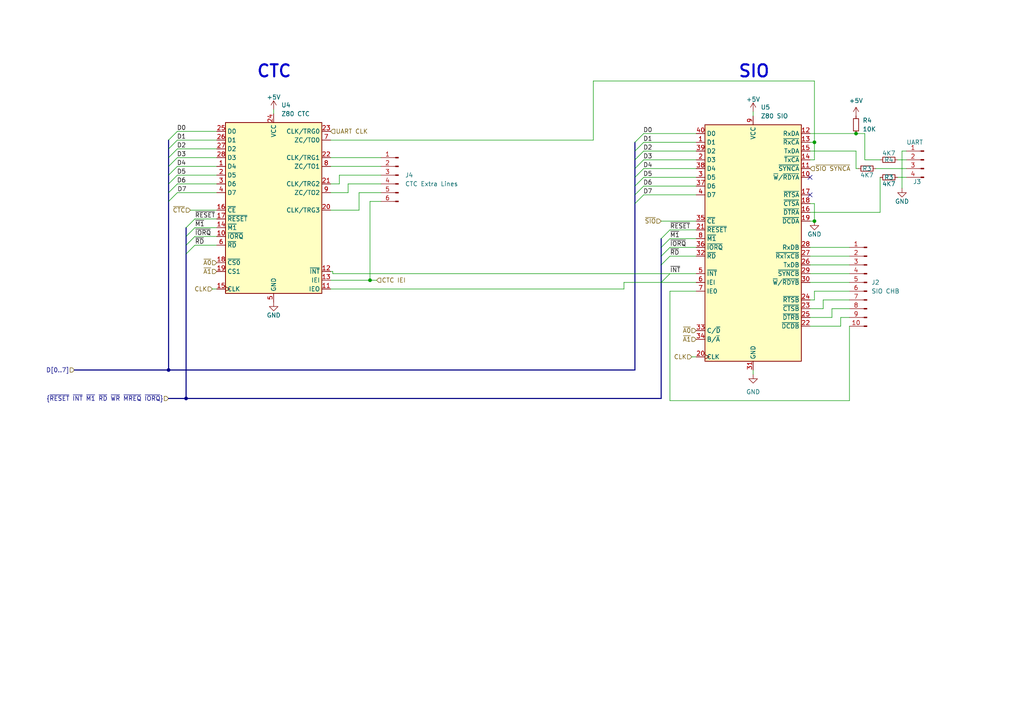
<source format=kicad_sch>
(kicad_sch (version 20230121) (generator eeschema)
  (paper "A4")
  (title_block (title "JML-8 Mini Schematic") (date "2023-10-02") (rev "A") (company "https://github.com/jac-oblong/JML") (comment 1 "Design of Z80 based microcomputer") (comment 3 "Released under MIT License") (comment 4 "Created by: Jacob Long (https://github.com/jac-oblong)"))
  (lib_symbols
    (symbol "Connector:Conn_01x04_Pin" (pin_names (offset 1.016) hide)
      (property "Reference" "J" (at 0 5.08 0))
      (property "Value" "Conn_01x04_Pin" (at 0 -7.62 0))
      (symbol "Conn_01x04_Pin_1_1"
        (polyline (pts (xy 1.27 -5.08) (xy 0.8636 -5.08)) (stroke (width 0.1524)))
        (polyline (pts (xy 1.27 -2.54) (xy 0.8636 -2.54)) (stroke (width 0.1524)))
        (polyline (pts (xy 1.27 0) (xy 0.8636 0)) (stroke (width 0.1524)))
        (polyline (pts (xy 1.27 2.54) (xy 0.8636 2.54)) (stroke (width 0.1524)))
        (rectangle (start 0.8636 -4.953) (end 0 -5.207) (stroke (width 0.1524)) (fill (type outline)))
        (rectangle (start 0.8636 -2.413) (end 0 -2.667) (stroke (width 0.1524)) (fill (type outline)))
        (rectangle (start 0.8636 0.127) (end 0 -0.127) (stroke (width 0.1524)) (fill (type outline)))
        (rectangle (start 0.8636 2.667) (end 0 2.413) (stroke (width 0.1524)) (fill (type outline)))
        (pin passive line (at 5.08 2.54 180) (length 3.81) (name "Pin_1") (number "1"))
        (pin passive line (at 5.08 0 180) (length 3.81) (name "Pin_2") (number "2"))
        (pin passive line (at 5.08 -2.54 180) (length 3.81) (name "Pin_3") (number "3"))
        (pin passive line (at 5.08 -5.08 180) (length 3.81) (name "Pin_4") (number "4"))
      )
    )
    (symbol "Connector:Conn_01x06_Pin" (pin_names (offset 1.016) hide)
      (property "Reference" "J" (at 0 7.62 0))
      (property "Value" "Conn_01x06_Pin" (at 0 -10.16 0))
      (symbol "Conn_01x06_Pin_1_1"
        (polyline (pts (xy 1.27 -7.62) (xy 0.8636 -7.62)) (stroke (width 0.1524)))
        (polyline (pts (xy 1.27 -5.08) (xy 0.8636 -5.08)) (stroke (width 0.1524)))
        (polyline (pts (xy 1.27 -2.54) (xy 0.8636 -2.54)) (stroke (width 0.1524)))
        (polyline (pts (xy 1.27 0) (xy 0.8636 0)) (stroke (width 0.1524)))
        (polyline (pts (xy 1.27 2.54) (xy 0.8636 2.54)) (stroke (width 0.1524)))
        (polyline (pts (xy 1.27 5.08) (xy 0.8636 5.08)) (stroke (width 0.1524)))
        (rectangle (start 0.8636 -7.493) (end 0 -7.747) (stroke (width 0.1524)) (fill (type outline)))
        (rectangle (start 0.8636 -4.953) (end 0 -5.207) (stroke (width 0.1524)) (fill (type outline)))
        (rectangle (start 0.8636 -2.413) (end 0 -2.667) (stroke (width 0.1524)) (fill (type outline)))
        (rectangle (start 0.8636 0.127) (end 0 -0.127) (stroke (width 0.1524)) (fill (type outline)))
        (rectangle (start 0.8636 2.667) (end 0 2.413) (stroke (width 0.1524)) (fill (type outline)))
        (rectangle (start 0.8636 5.207) (end 0 4.953) (stroke (width 0.1524)) (fill (type outline)))
        (pin passive line (at 5.08 5.08 180) (length 3.81) (name "Pin_1") (number "1"))
        (pin passive line (at 5.08 2.54 180) (length 3.81) (name "Pin_2") (number "2"))
        (pin passive line (at 5.08 0 180) (length 3.81) (name "Pin_3") (number "3"))
        (pin passive line (at 5.08 -2.54 180) (length 3.81) (name "Pin_4") (number "4"))
        (pin passive line (at 5.08 -5.08 180) (length 3.81) (name "Pin_5") (number "5"))
        (pin passive line (at 5.08 -7.62 180) (length 3.81) (name "Pin_6") (number "6"))
      )
    )
    (symbol "Connector:Conn_01x10_Pin" (pin_names (offset 1.016) hide)
      (property "Reference" "J" (at 0 12.7 0))
      (property "Value" "Conn_01x10_Pin" (at 0 -15.24 0))
      (symbol "Conn_01x10_Pin_1_1"
        (polyline (pts (xy 1.27 -12.7) (xy 0.8636 -12.7)) (stroke (width 0.1524)))
        (polyline (pts (xy 1.27 -10.16) (xy 0.8636 -10.16)) (stroke (width 0.1524)))
        (polyline (pts (xy 1.27 -7.62) (xy 0.8636 -7.62)) (stroke (width 0.1524)))
        (polyline (pts (xy 1.27 -5.08) (xy 0.8636 -5.08)) (stroke (width 0.1524)))
        (polyline (pts (xy 1.27 -2.54) (xy 0.8636 -2.54)) (stroke (width 0.1524)))
        (polyline (pts (xy 1.27 0) (xy 0.8636 0)) (stroke (width 0.1524)))
        (polyline (pts (xy 1.27 2.54) (xy 0.8636 2.54)) (stroke (width 0.1524)))
        (polyline (pts (xy 1.27 5.08) (xy 0.8636 5.08)) (stroke (width 0.1524)))
        (polyline (pts (xy 1.27 7.62) (xy 0.8636 7.62)) (stroke (width 0.1524)))
        (polyline (pts (xy 1.27 10.16) (xy 0.8636 10.16)) (stroke (width 0.1524)))
        (rectangle (start 0.8636 -12.573) (end 0 -12.827) (stroke (width 0.1524)) (fill (type outline)))
        (rectangle (start 0.8636 -10.033) (end 0 -10.287) (stroke (width 0.1524)) (fill (type outline)))
        (rectangle (start 0.8636 -7.493) (end 0 -7.747) (stroke (width 0.1524)) (fill (type outline)))
        (rectangle (start 0.8636 -4.953) (end 0 -5.207) (stroke (width 0.1524)) (fill (type outline)))
        (rectangle (start 0.8636 -2.413) (end 0 -2.667) (stroke (width 0.1524)) (fill (type outline)))
        (rectangle (start 0.8636 0.127) (end 0 -0.127) (stroke (width 0.1524)) (fill (type outline)))
        (rectangle (start 0.8636 2.667) (end 0 2.413) (stroke (width 0.1524)) (fill (type outline)))
        (rectangle (start 0.8636 5.207) (end 0 4.953) (stroke (width 0.1524)) (fill (type outline)))
        (rectangle (start 0.8636 7.747) (end 0 7.493) (stroke (width 0.1524)) (fill (type outline)))
        (rectangle (start 0.8636 10.287) (end 0 10.033) (stroke (width 0.1524)) (fill (type outline)))
        (pin passive line (at 5.08 10.16 180) (length 3.81) (name "Pin_1") (number "1"))
        (pin passive line (at 5.08 -12.7 180) (length 3.81) (name "Pin_10") (number "10"))
        (pin passive line (at 5.08 7.62 180) (length 3.81) (name "Pin_2") (number "2"))
        (pin passive line (at 5.08 5.08 180) (length 3.81) (name "Pin_3") (number "3"))
        (pin passive line (at 5.08 2.54 180) (length 3.81) (name "Pin_4") (number "4"))
        (pin passive line (at 5.08 0 180) (length 3.81) (name "Pin_5") (number "5"))
        (pin passive line (at 5.08 -2.54 180) (length 3.81) (name "Pin_6") (number "6"))
        (pin passive line (at 5.08 -5.08 180) (length 3.81) (name "Pin_7") (number "7"))
        (pin passive line (at 5.08 -7.62 180) (length 3.81) (name "Pin_8") (number "8"))
        (pin passive line (at 5.08 -10.16 180) (length 3.81) (name "Pin_9") (number "9"))
      )
    )
    (symbol "Device:R_Small" (pin_numbers hide) (pin_names (offset 0.254) hide)
      (property "Reference" "R" (at 0.762 0.508 0))
      (property "Value" "R_Small" (at 0.762 -1.016 0))
      (symbol "R_Small_0_1"
        (rectangle (start -0.762 1.778) (end 0.762 -1.778) (stroke (width 0.2032)))
      )
      (symbol "R_Small_1_1"
        (pin passive line (at 0 2.54 270) (length 0.762) (name "~") (number "1"))
        (pin passive line (at 0 -2.54 90) (length 0.762) (name "~") (number "2"))
      )
    )
    (symbol "jml-8-mini-library:Z80_CTC"
      (property "Reference" "U" (at -12.7 24.13 0))
      (property "Value" "Z80 CTC" (at 8.89 -27.94 0))
      (symbol "Z80_CTC_1_1"
        (rectangle (start -13.97 22.86) (end 13.97 -26.67) (stroke (width 0.25)) (fill (type background)))
        (pin bidirectional line (at -16.51 10.16 0) (length 2.54) (name "D4") (number "1"))
        (pin input line (at -16.51 -10.16 0) (length 2.54) (name "~{IORQ}") (number "10"))
        (pin output line (at 16.51 -25.4 180) (length 2.54) (name "IEO") (number "11"))
        (pin open_collector line (at 16.51 -20.32 180) (length 2.54) (name "~{INT}") (number "12"))
        (pin input line (at 16.51 -22.86 180) (length 2.54) (name "IEI") (number "13"))
        (pin input line (at -16.51 -7.62 0) (length 2.54) (name "~{M1}") (number "14"))
        (pin input clock (at -16.51 -25.4 0) (length 2.54) (name "CLK") (number "15"))
        (pin input line (at -16.51 -2.54 0) (length 2.54) (name "~{CE}") (number "16"))
        (pin input line (at -16.51 -5.08 0) (length 2.54) (name "~{RESET}") (number "17"))
        (pin input line (at -16.51 -17.78 0) (length 2.54) (name "~{CS0}") (number "18"))
        (pin input line (at -16.51 -20.32 0) (length 2.54) (name "CS1") (number "19"))
        (pin bidirectional line (at -16.51 7.62 0) (length 2.54) (name "D5") (number "2"))
        (pin input line (at 16.51 -2.54 180) (length 2.54) (name "CLK/TRG3") (number "20"))
        (pin input line (at 16.51 5.08 180) (length 2.54) (name "CLK/TRG2") (number "21"))
        (pin input line (at 16.51 12.7 180) (length 2.54) (name "CLK/TRG1") (number "22"))
        (pin input line (at 16.51 20.32 180) (length 2.54) (name "CLK/TRG0") (number "23"))
        (pin power_in line (at 0 25.4 270) (length 2.54) (name "VCC") (number "24"))
        (pin bidirectional line (at -16.51 20.32 0) (length 2.54) (name "D0") (number "25"))
        (pin bidirectional line (at -16.51 17.78 0) (length 2.54) (name "D1") (number "26"))
        (pin bidirectional line (at -16.51 15.24 0) (length 2.54) (name "D2") (number "27"))
        (pin bidirectional line (at -16.51 12.7 0) (length 2.54) (name "D3") (number "28"))
        (pin bidirectional line (at -16.51 5.08 0) (length 2.54) (name "D6") (number "3"))
        (pin bidirectional line (at -16.51 2.54 0) (length 2.54) (name "D7") (number "4"))
        (pin power_in line (at 0 -29.21 90) (length 2.54) (name "GND") (number "5"))
        (pin input line (at -16.51 -12.7 0) (length 2.54) (name "~{RD}") (number "6"))
        (pin output line (at 16.51 17.78 180) (length 2.54) (name "ZC/TO0") (number "7"))
        (pin output line (at 16.51 10.16 180) (length 2.54) (name "ZC/TO1") (number "8"))
        (pin output line (at 16.51 2.54 180) (length 2.54) (name "ZC/TO2") (number "9"))
      )
    )
    (symbol "jml-8-mini-library:Z80_SIO/0"
      (property "Reference" "U" (at -11.43 33.02 0))
      (property "Value" "Z80 SIO" (at 8.89 -38.1 0))
      (symbol "Z80_SIO/0_1_1"
        (rectangle (start -13.97 31.75) (end 13.97 -36.83) (stroke (width 0.25)) (fill (type background)))
        (pin bidirectional line (at -16.51 26.67 0) (length 2.54) (name "D1") (number "1"))
        (pin output line (at 16.51 16.51 180) (length 2.54) (name "~{W}/~{RDYA}") (number "10"))
        (pin bidirectional line (at 16.51 19.05 180) (length 2.54) (name "~{SYNCA}") (number "11"))
        (pin input line (at 16.51 29.21 180) (length 2.54) (name "RxDA") (number "12"))
        (pin input line (at 16.51 26.67 180) (length 2.54) (name "~{RxCA}") (number "13"))
        (pin input line (at 16.51 21.59 180) (length 2.54) (name "~{TxCA}") (number "14"))
        (pin output line (at 16.51 24.13 180) (length 2.54) (name "TxDA") (number "15"))
        (pin output line (at 16.51 6.35 180) (length 2.54) (name "~{DTRA}") (number "16"))
        (pin output line (at 16.51 11.43 180) (length 2.54) (name "~{RTSA}") (number "17"))
        (pin input line (at 16.51 8.89 180) (length 2.54) (name "~{CTSA}") (number "18"))
        (pin input line (at 16.51 3.81 180) (length 2.54) (name "~{DCDA}") (number "19"))
        (pin bidirectional line (at -16.51 21.59 0) (length 2.54) (name "D3") (number "2"))
        (pin input clock (at -16.51 -35.56 0) (length 2.54) (name "CLK") (number "20"))
        (pin input line (at -16.51 1.27 0) (length 2.54) (name "~{RESET}") (number "21"))
        (pin input line (at 16.51 -26.67 180) (length 2.54) (name "~{DCDB}") (number "22"))
        (pin input line (at 16.51 -21.59 180) (length 2.54) (name "~{CTSB}") (number "23"))
        (pin output line (at 16.51 -19.05 180) (length 2.54) (name "~{RTSB}") (number "24"))
        (pin output line (at 16.51 -24.13 180) (length 2.54) (name "~{DTRB}") (number "25"))
        (pin output line (at 16.51 -8.89 180) (length 2.54) (name "TxDB") (number "26"))
        (pin input line (at 16.51 -6.35 180) (length 2.54) (name "~{RxTxCB}") (number "27"))
        (pin input line (at 16.51 -3.81 180) (length 2.54) (name "RxDB") (number "28"))
        (pin bidirectional line (at 16.51 -11.43 180) (length 2.54) (name "~{SYNCB}") (number "29"))
        (pin bidirectional line (at -16.51 16.51 0) (length 2.54) (name "D5") (number "3"))
        (pin output line (at 16.51 -13.97 180) (length 2.54) (name "~{W}/~{RDYB}") (number "30"))
        (pin power_in line (at 0 -39.37 90) (length 2.54) (name "GND") (number "31"))
        (pin input line (at -16.51 -6.35 0) (length 2.54) (name "~{RD}") (number "32"))
        (pin input line (at -16.51 -27.94 0) (length 2.54) (name "C/~{D}") (number "33"))
        (pin input line (at -16.51 -30.48 0) (length 2.54) (name "B/~{A}") (number "34"))
        (pin input line (at -16.51 3.81 0) (length 2.54) (name "~{CE}") (number "35"))
        (pin input line (at -16.51 -3.81 0) (length 2.54) (name "~{IORQ}") (number "36"))
        (pin bidirectional line (at -16.51 13.97 0) (length 2.54) (name "D6") (number "37"))
        (pin bidirectional line (at -16.51 19.05 0) (length 2.54) (name "D4") (number "38"))
        (pin bidirectional line (at -16.51 24.13 0) (length 2.54) (name "D2") (number "39"))
        (pin bidirectional line (at -16.51 11.43 0) (length 2.54) (name "D7") (number "4"))
        (pin bidirectional line (at -16.51 29.21 0) (length 2.54) (name "D0") (number "40"))
        (pin open_collector line (at -16.51 -11.43 0) (length 2.54) (name "~{INT}") (number "5"))
        (pin input line (at -16.51 -13.97 0) (length 2.54) (name "IEI") (number "6"))
        (pin output line (at -16.51 -16.51 0) (length 2.54) (name "IE0") (number "7"))
        (pin input line (at -16.51 -1.27 0) (length 2.54) (name "~{M1}") (number "8"))
        (pin power_in line (at 0 34.29 270) (length 2.54) (name "VCC") (number "9"))
      )
    )
    (symbol "power:+5V" (power) (pin_names (offset 0))
      (property "Value" "+5V" (at 0 3.556 0))
      (symbol "+5V_0_1"
        (polyline (pts (xy -0.762 1.27) (xy 0 2.54)))
        (polyline (pts (xy 0 0) (xy 0 2.54)))
        (polyline (pts (xy 0 2.54) (xy 0.762 1.27)))
      )
      (symbol "+5V_1_1"
        (pin power_in line (at 0 0 90) (length 0) hide (name "+5V") (number "1"))
      )
    )
    (symbol "power:GND" (power) (pin_names (offset 0))
      (property "Value" "GND" (at 0 -3.81 0))
      (symbol "GND_0_1"
        (polyline (pts (xy 0 0) (xy 0 -1.27) (xy 1.27 -1.27) (xy 0 -2.54) (xy -1.27 -1.27) (xy 0 -1.27)))
      )
      (symbol "GND_1_1"
        (pin power_in line (at 0 0 270) (length 0) hide (name "GND") (number "1"))
      )
    )
  )
  (junction (at 248.285 38.735))
  (junction (at 236.22 41.275))
  (junction (at 53.975 115.57))
  (junction (at 107.315 81.28))
  (junction (at 48.895 107.315))
  (junction (at 236.22 64.135))
  (no_connect (at 234.95 56.515))
  (no_connect (at 234.95 51.435))
  (bus_entry (at 186.69 56.515) (size -2.54 2.54))
  (bus_entry (at 186.69 48.895) (size -2.54 2.54))
  (bus_entry (at 186.69 53.975) (size -2.54 2.54))
  (bus_entry (at 56.515 66.04) (size -2.54 2.54))
  (bus_entry (at 51.435 45.72) (size -2.54 2.54))
  (bus_entry (at 51.435 43.18) (size -2.54 2.54))
  (bus_entry (at 191.77 81.915) (size 2.54 -2.54))
  (bus_entry (at 56.515 68.58) (size -2.54 2.54))
  (bus_entry (at 194.31 74.295) (size -2.54 2.54))
  (bus_entry (at 194.31 71.755) (size -2.54 2.54))
  (bus_entry (at 194.31 69.215) (size -2.54 2.54))
  (bus_entry (at 51.435 38.1) (size -2.54 2.54))
  (bus_entry (at 186.69 46.355) (size -2.54 2.54))
  (bus_entry (at 194.31 66.675) (size -2.54 2.54))
  (bus_entry (at 51.435 53.34) (size -2.54 2.54))
  (bus_entry (at 56.515 63.5) (size -2.54 2.54))
  (bus_entry (at 186.69 51.435) (size -2.54 2.54))
  (bus_entry (at 186.69 43.815) (size -2.54 2.54))
  (bus_entry (at 56.515 71.12) (size -2.54 2.54))
  (bus_entry (at 51.435 55.88) (size -2.54 2.54))
  (bus_entry (at 186.69 41.275) (size -2.54 2.54))
  (bus_entry (at 51.435 50.8) (size -2.54 2.54))
  (bus_entry (at 186.69 38.735) (size -2.54 2.54))
  (bus_entry (at 51.435 40.64) (size -2.54 2.54))
  (bus_entry (at 51.435 48.26) (size -2.54 2.54))
  (wire (pts (xy 201.93 51.435) (xy 186.69 51.435)))
  (wire (pts (xy 96.52 79.375) (xy 194.31 79.375)))
  (wire (pts (xy 260.35 51.435) (xy 262.89 51.435)))
  (bus (pts (xy 48.895 40.64) (xy 48.895 43.18)))
  (wire (pts (xy 61.595 83.82) (xy 62.865 83.82)))
  (wire (pts (xy 250.825 38.735) (xy 250.825 46.355)))
  (wire (pts (xy 248.285 48.895) (xy 248.285 43.815)))
  (wire (pts (xy 95.885 78.74) (xy 96.52 78.74)))
  (bus (pts (xy 21.59 107.315) (xy 48.895 107.315)))
  (wire (pts (xy 201.93 43.815) (xy 186.69 43.815)))
  (bus (pts (xy 184.15 48.895) (xy 184.15 51.435)))
  (wire (pts (xy 180.975 81.915) (xy 191.77 81.915)))
  (wire (pts (xy 56.515 71.12) (xy 62.865 71.12)))
  (bus (pts (xy 191.77 69.215) (xy 191.77 71.755)))
  (wire (pts (xy 107.315 58.42) (xy 107.315 81.28)))
  (wire (pts (xy 236.22 59.055) (xy 236.22 64.135)))
  (wire (pts (xy 236.22 84.455) (xy 236.22 86.995)))
  (wire (pts (xy 79.375 31.75) (xy 79.375 33.02)))
  (wire (pts (xy 201.93 38.735) (xy 186.69 38.735)))
  (bus (pts (xy 191.77 74.295) (xy 191.77 76.835)))
  (wire (pts (xy 236.22 46.355) (xy 236.22 41.275)))
  (wire (pts (xy 51.435 55.88) (xy 62.865 55.88)))
  (wire (pts (xy 236.22 64.135) (xy 234.95 64.135)))
  (wire (pts (xy 234.95 74.295) (xy 246.38 74.295)))
  (wire (pts (xy 234.95 59.055) (xy 236.22 59.055)))
  (wire (pts (xy 241.3 89.535) (xy 246.38 89.535)))
  (wire (pts (xy 194.31 71.755) (xy 201.93 71.755)))
  (wire (pts (xy 100.965 53.34) (xy 110.49 53.34)))
  (wire (pts (xy 234.95 76.835) (xy 246.38 76.835)))
  (wire (pts (xy 62.865 53.34) (xy 51.435 53.34)))
  (wire (pts (xy 180.975 83.82) (xy 180.975 81.915)))
  (bus (pts (xy 191.77 81.915) (xy 191.77 115.57)))
  (wire (pts (xy 234.95 71.755) (xy 246.38 71.755)))
  (wire (pts (xy 104.14 55.88) (xy 110.49 55.88)))
  (wire (pts (xy 62.865 43.18) (xy 51.435 43.18)))
  (wire (pts (xy 100.965 55.88) (xy 100.965 53.34)))
  (bus (pts (xy 53.975 71.12) (xy 53.975 73.66)))
  (wire (pts (xy 246.38 92.075) (xy 243.84 92.075)))
  (wire (pts (xy 262.89 43.815) (xy 261.62 43.815)))
  (wire (pts (xy 172.085 23.495) (xy 236.22 23.495)))
  (bus (pts (xy 48.895 58.42) (xy 48.895 55.88)))
  (wire (pts (xy 201.93 56.515) (xy 186.69 56.515)))
  (wire (pts (xy 56.515 66.04) (xy 62.865 66.04)))
  (wire (pts (xy 104.14 60.96) (xy 104.14 55.88)))
  (wire (pts (xy 246.38 84.455) (xy 236.22 84.455)))
  (wire (pts (xy 95.885 60.96) (xy 104.14 60.96)))
  (wire (pts (xy 243.84 94.615) (xy 234.95 94.615)))
  (wire (pts (xy 194.31 66.675) (xy 201.93 66.675)))
  (wire (pts (xy 95.885 83.82) (xy 180.975 83.82)))
  (wire (pts (xy 95.885 45.72) (xy 110.49 45.72)))
  (bus (pts (xy 48.895 107.315) (xy 48.895 58.42)))
  (wire (pts (xy 62.865 45.72) (xy 51.435 45.72)))
  (bus (pts (xy 184.15 41.275) (xy 184.15 43.815)))
  (wire (pts (xy 95.885 53.34) (xy 98.425 53.34)))
  (bus (pts (xy 48.895 107.315) (xy 184.15 107.315)))
  (wire (pts (xy 194.31 84.455) (xy 194.31 116.205)))
  (wire (pts (xy 95.885 40.64) (xy 172.085 40.64)))
  (bus (pts (xy 48.895 43.18) (xy 48.895 45.72)))
  (wire (pts (xy 201.93 41.275) (xy 186.69 41.275)))
  (wire (pts (xy 254 48.895) (xy 262.89 48.895)))
  (wire (pts (xy 62.865 38.1) (xy 51.435 38.1)))
  (wire (pts (xy 241.3 92.075) (xy 241.3 89.535)))
  (wire (pts (xy 248.285 48.895) (xy 248.92 48.895)))
  (bus (pts (xy 184.15 56.515) (xy 184.15 59.055)))
  (bus (pts (xy 53.975 73.66) (xy 53.975 115.57)))
  (bus (pts (xy 48.895 115.57) (xy 53.975 115.57)))
  (wire (pts (xy 234.95 38.735) (xy 248.285 38.735)))
  (wire (pts (xy 96.52 78.74) (xy 96.52 79.375)))
  (wire (pts (xy 95.885 48.26) (xy 110.49 48.26)))
  (wire (pts (xy 218.44 107.315) (xy 218.44 108.585)))
  (wire (pts (xy 201.93 53.975) (xy 186.69 53.975)))
  (wire (pts (xy 236.22 41.275) (xy 234.95 41.275)))
  (wire (pts (xy 201.93 48.895) (xy 186.69 48.895)))
  (bus (pts (xy 53.975 115.57) (xy 191.77 115.57)))
  (wire (pts (xy 191.77 64.135) (xy 201.93 64.135)))
  (wire (pts (xy 234.95 92.075) (xy 241.3 92.075)))
  (wire (pts (xy 98.425 50.8) (xy 110.49 50.8)))
  (wire (pts (xy 62.865 50.8) (xy 51.435 50.8)))
  (wire (pts (xy 236.22 86.995) (xy 234.95 86.995)))
  (wire (pts (xy 56.515 63.5) (xy 62.865 63.5)))
  (bus (pts (xy 53.975 68.58) (xy 53.975 71.12)))
  (wire (pts (xy 250.825 46.355) (xy 255.27 46.355)))
  (wire (pts (xy 194.31 84.455) (xy 201.93 84.455)))
  (wire (pts (xy 200.66 103.505) (xy 201.93 103.505)))
  (bus (pts (xy 184.15 51.435) (xy 184.15 53.975)))
  (wire (pts (xy 172.085 40.64) (xy 172.085 23.495)))
  (wire (pts (xy 238.76 89.535) (xy 238.76 86.995)))
  (wire (pts (xy 109.22 81.28) (xy 107.315 81.28)))
  (wire (pts (xy 246.38 116.205) (xy 246.38 94.615)))
  (bus (pts (xy 48.895 45.72) (xy 48.895 48.26)))
  (wire (pts (xy 194.31 74.295) (xy 201.93 74.295)))
  (bus (pts (xy 48.895 50.8) (xy 48.895 53.34)))
  (bus (pts (xy 48.895 53.34) (xy 48.895 55.88)))
  (wire (pts (xy 234.95 79.375) (xy 246.38 79.375)))
  (bus (pts (xy 53.975 66.04) (xy 53.975 68.58)))
  (bus (pts (xy 184.15 43.815) (xy 184.15 46.355)))
  (bus (pts (xy 191.77 81.915) (xy 191.77 76.835)))
  (wire (pts (xy 255.27 51.435) (xy 255.27 61.595)))
  (wire (pts (xy 194.31 116.205) (xy 246.38 116.205)))
  (bus (pts (xy 191.77 71.755) (xy 191.77 74.295)))
  (wire (pts (xy 95.885 55.88) (xy 100.965 55.88)))
  (wire (pts (xy 234.95 61.595) (xy 255.27 61.595)))
  (wire (pts (xy 261.62 43.815) (xy 261.62 54.61)))
  (wire (pts (xy 248.285 43.815) (xy 234.95 43.815)))
  (wire (pts (xy 236.22 23.495) (xy 236.22 41.275)))
  (wire (pts (xy 234.95 81.915) (xy 246.38 81.915)))
  (wire (pts (xy 238.76 86.995) (xy 246.38 86.995)))
  (wire (pts (xy 234.95 89.535) (xy 238.76 89.535)))
  (wire (pts (xy 194.31 69.215) (xy 201.93 69.215)))
  (wire (pts (xy 56.515 68.58) (xy 62.865 68.58)))
  (bus (pts (xy 184.15 53.975) (xy 184.15 56.515)))
  (wire (pts (xy 62.865 48.26) (xy 51.435 48.26)))
  (wire (pts (xy 234.95 46.355) (xy 236.22 46.355)))
  (bus (pts (xy 184.15 46.355) (xy 184.15 48.895)))
  (wire (pts (xy 250.825 38.735) (xy 248.285 38.735)))
  (bus (pts (xy 184.15 59.055) (xy 184.15 107.315)))
  (wire (pts (xy 107.315 81.28) (xy 95.885 81.28)))
  (wire (pts (xy 98.425 53.34) (xy 98.425 50.8)))
  (wire (pts (xy 201.93 46.355) (xy 186.69 46.355)))
  (wire (pts (xy 260.35 46.355) (xy 262.89 46.355)))
  (wire (pts (xy 110.49 58.42) (xy 107.315 58.42)))
  (wire (pts (xy 194.31 79.375) (xy 201.93 79.375)))
  (wire (pts (xy 218.44 32.385) (xy 218.44 33.655)))
  (wire (pts (xy 55.245 60.96) (xy 62.865 60.96)))
  (wire (pts (xy 191.77 81.915) (xy 201.93 81.915)))
  (wire (pts (xy 243.84 92.075) (xy 243.84 94.615)))
  (bus (pts (xy 48.895 48.26) (xy 48.895 50.8)))
  (wire (pts (xy 62.865 40.64) (xy 51.435 40.64)))
  (text "CTC" (at 74.295 22.86 0) (effects (font (size 3.5 3.5) (thickness 0.6) bold) (justify left bottom)))
  (text "SIO" (at 213.995 22.86 0) (effects (font (size 3.5 3.5) (thickness 0.6) bold) (justify left bottom)))
  (label "D6" (at 189.23 53.975 180))
  (label "D3" (at 53.975 45.72 180))
  (label "D3" (at 189.23 46.355 180))
  (label "~{RESET}" (at 194.31 66.675 0))
  (label "D4" (at 189.23 48.895 180))
  (label "D0" (at 53.975 38.1 180))
  (label "~{IORQ}" (at 56.515 68.58 0))
  (label "~{RD}" (at 56.515 71.12 0))
  (label "D7" (at 51.435 55.88 0))
  (label "~{M1}" (at 56.515 66.04 0))
  (label "~{IORQ}" (at 194.31 71.755 0))
  (label "~{RD}" (at 194.31 74.295 0))
  (label "D7" (at 189.23 56.515 180))
  (label "D5" (at 53.975 50.8 180))
  (label "~{RESET}" (at 56.515 63.5 0))
  (label "D2" (at 189.23 43.815 180))
  (label "D0" (at 189.23 38.735 180))
  (label "D5" (at 189.23 51.435 180))
  (label "D6" (at 53.975 53.34 180))
  (label "D4" (at 53.975 48.26 180))
  (label "D1" (at 53.975 40.64 180))
  (label "~{M1}" (at 194.31 69.215 0))
  (label "D1" (at 189.23 41.275 180))
  (label "D2" (at 53.975 43.18 180))
  (label "~{INT}" (at 194.31 79.375 0))
  (hierarchical_label "{~{RESET} ~{INT} ~{M1} ~{RD} ~{WR} ~{MREQ} ~{IORQ}}" (shape input) (at 48.895 115.57 180))
  (hierarchical_label "~{A1}" (shape input) (at 62.865 78.74 180))
  (hierarchical_label "~{A0}" (shape input) (at 201.93 95.885 180))
  (hierarchical_label "~{CTC}" (shape input) (at 55.245 60.96 180))
  (hierarchical_label "CLK" (shape input) (at 61.595 83.82 180))
  (hierarchical_label "~{A0}" (shape input) (at 62.865 76.2 180))
  (hierarchical_label "UART CLK" (shape input) (at 95.885 38.1 0))
  (hierarchical_label "~{SIO SYNCA}" (shape input) (at 234.95 48.895 0))
  (hierarchical_label "CLK" (shape input) (at 200.66 103.505 180))
  (hierarchical_label "~{A1}" (shape input) (at 201.93 98.425 180))
  (hierarchical_label "D[0..7]" (shape input) (at 21.59 107.315 180))
  (hierarchical_label "~{SIO}" (shape input) (at 191.77 64.135 180))
  (hierarchical_label "CTC IEI" (shape input) (at 109.22 81.28 0))
  (symbol (lib_id "power:GND") (at 79.375 87.63 0) (unit 1)
    (property "Reference" "#PWR010" (effects hide))
    (property "Value" "GND" (at 79.375 91.44 0))
    (instances (project "jml-8-mini" (path "" (reference "#PWR010") (unit 1)) (path "" (reference "#PWR03") (unit 1))))
  )
  (symbol (lib_id "Device:R_Small") (at 257.81 51.435 270) (unit 1)
    (property "Reference" "R3" (at 257.81 51.435 90))
    (property "Value" "4K7" (at 257.81 53.34 90))
    (property "Footprint" "Resistor_THT:R_Axial_DIN0207_L6.3mm_D2.5mm_P10.16mm_Horizontal" (effects hide))
  )
  (symbol (lib_id "Device:R_Small") (at 257.81 46.355 270) (unit 1)
    (property "Reference" "R4" (at 257.81 46.355 90))
    (property "Value" "4K7" (at 257.81 44.45 90))
    (property "Footprint" "Resistor_THT:R_Axial_DIN0207_L6.3mm_D2.5mm_P10.16mm_Horizontal" (effects hide))
    (instances (project "jml-8-mini" (path "" (reference "R4") (unit 1)) (path "" (reference "R1") (unit 1))))
  )
  (symbol (lib_id "Connector:Conn_01x06_Pin") (at 115.57 50.8 0) (mirror y) (unit 1)
    (property "Reference" "J4" (at 117.475 50.8 0) (effects (justify right)))
    (property "Value" "CTC Extra Lines" (at 117.475 53.34 0) (effects (justify right)))
    (property "Footprint" "Connector_PinHeader_2.54mm:PinHeader_1x06_P2.54mm_Vertical" (effects hide))
  )
  (symbol (lib_id "power:+5V") (at 218.44 32.385 0) (unit 1)
    (property "Reference" "#PWR?" (effects hide))
    (property "Value" "+5V" (at 218.44 28.829 0))
    (instances (project "jml-8-mini" (path "" (reference "#PWR?") (unit 1)) (path "" (reference "#PWR010") (unit 1))))
  )
  (symbol (lib_id "Device:R_Small") (at 248.285 36.195 0) (unit 1)
    (property "Reference" "R4" (at 250.19 34.925 0) (effects (justify left)))
    (property "Value" "10K" (at 250.19 37.465 0) (effects (justify left)))
    (property "Footprint" "Resistor_THT:R_Axial_DIN0207_L6.3mm_D2.5mm_P10.16mm_Horizontal" (effects hide))
  )
  (symbol (lib_id "Device:R_Small") (at 251.46 48.895 270) (unit 1)
    (property "Reference" "R3" (at 251.46 48.895 90))
    (property "Value" "4K7" (at 251.46 50.8 90))
    (property "Footprint" "Resistor_THT:R_Axial_DIN0207_L6.3mm_D2.5mm_P10.16mm_Horizontal" (effects hide))
    (instances (project "jml-8-mini" (path "" (reference "R3") (unit 1)) (path "" (reference "R2") (unit 1))))
  )
  (symbol (lib_id "Connector:Conn_01x10_Pin") (at 251.46 81.915 0) (mirror y) (unit 1)
    (property "Reference" "J2" (at 252.73 81.915 0) (effects (justify right)))
    (property "Value" "SIO CHB" (at 252.73 84.455 0) (effects (justify right)))
    (property "Footprint" "Connector_PinHeader_2.54mm:PinHeader_1x10_P2.54mm_Vertical" (effects hide))
  )
  (symbol (lib_id "power:GND") (at 236.22 64.135 0) (unit 1)
    (property "Reference" "#PWR01" (effects hide))
    (property "Value" "GND" (at 236.22 67.945 0))
    (instances (project "jml-8-mini" (path "" (reference "#PWR01") (unit 1)) (path "" (reference "#PWR015") (unit 1))))
  )
  (symbol (lib_id "Connector:Conn_01x04_Pin") (at 267.97 46.355 0) (mirror y) (unit 1)
    (property "Reference" "J3" (at 264.795 52.705 0) (effects (justify right)))
    (property "Value" "UART" (at 262.89 41.275 0) (effects (justify right)))
    (property "Footprint" "Connector_PinHeader_2.54mm:PinHeader_1x04_P2.54mm_Horizontal" (effects hide))
  )
  (symbol (lib_id "jml-8-mini-library:Z80_SIO/0") (at 218.44 67.945 0) (unit 1)
    (property "Reference" "U5" (at 220.6341 31.115 0) (effects (justify left)))
    (property "Value" "Z80 SIO" (at 220.6341 33.655 0) (effects (justify left)))
    (property "Footprint" "Package_DIP:DIP-40_W15.24mm_LongPads" (effects hide))
  )
  (symbol (lib_id "power:+5V") (at 248.285 33.655 0) (unit 1)
    (property "Reference" "#PWR017" (effects hide))
    (property "Value" "+5V" (at 248.285 29.21 0))
  )
  (symbol (lib_id "power:GND") (at 261.62 54.61 0) (unit 1)
    (property "Reference" "#PWR04" (effects hide))
    (property "Value" "GND" (at 261.62 58.42 0))
    (instances (project "jml-8-mini" (path "" (reference "#PWR04") (unit 1)) (path "" (reference "#PWR020") (unit 1))))
  )
  (symbol (lib_id "power:+5V") (at 79.375 31.75 0) (unit 1)
    (property "Reference" "#PWR?" (effects hide))
    (property "Value" "+5V" (at 79.375 28.194 0))
    (instances (project "jml-8-mini" (path "" (reference "#PWR?") (unit 1)) (path "" (reference "#PWR01") (unit 1))))
  )
  (symbol (lib_id "jml-8-mini-library:Z80_CTC") (at 79.375 58.42 0) (unit 1)
    (property "Reference" "U4" (at 81.5691 30.48 0) (effects (justify left)))
    (property "Value" "Z80 CTC" (at 81.5691 33.02 0) (effects (justify left)))
    (property "Footprint" "Package_DIP:DIP-28_W15.24mm_LongPads" (effects hide))
  )
  (symbol (lib_id "power:GND") (at 218.44 108.585 0) (unit 1)
    (property "Reference" "#PWR011" (effects hide))
    (property "Value" "GND" (at 218.44 113.665 0))
  )
)
</source>
